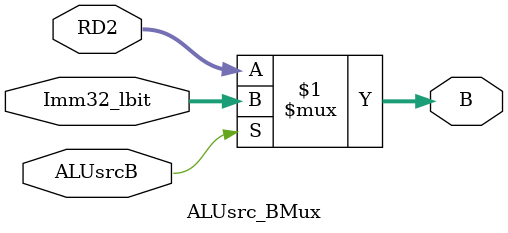
<source format=v>
`timescale 1ns / 1ps

module PCMux(nPc_sel, Zero, Branch, pc4, br_pc, jr_pc, j_pc, next_pc);
	
	input [1:0] nPc_sel;
	input Zero, Branch;
	input [31:0] pc4, br_pc, jr_pc, j_pc;

	output reg[31:0] next_pc;
	
	wire [2:0] pcsel;
	assign pcsel = {Zero&Branch, nPc_sel};

	always @(*) begin
		case (pcsel)
			3'b000 : next_pc = pc4;
			3'b100 : next_pc = br_pc;
			3'b010 : next_pc = jr_pc;
			3'b001 : next_pc = j_pc;
			default : next_pc = pc4;
		endcase
	end

endmodule


module WrRegAddrMux(RegDst, rt, rd, A3);

	input [1:0] RegDst;
	input [4:0] rt, rd;

	output reg[4:0] A3;

	always @(*) begin
		case (RegDst)
			2'b00 : A3 = rt;
			2'b01 : A3 = rd;
			2'b10 : A3 = 5'b11111;
			default : A3 = rt;
		endcase
	end

endmodule


module WrRegDataMux(MemtoReg, ALUResult, RD, Imm32_hbit, pc4, WD);
	
	input [1:0] MemtoReg;
	input [31:0] ALUResult, RD, Imm32_hbit, pc4;

	output reg[31:0] WD;

	always @(*) begin
		case (MemtoReg)
			2'b00 : WD = ALUResult;
			2'b01 : WD = RD;
			2'b10 : WD = Imm32_hbit;
			2'b11 : WD = pc4;
			default : WD = 32'h0000_0000;	
		endcase
	end

endmodule

module ALUsrc_AMux(ALUsrcA, RD1, RD2, A);
	
	input ALUsrcA;
	input [31:0] RD1, RD2;
	
	output [31:0] A;
	
	assign A = ALUsrcA ? RD2 : RD1;

endmodule

module ALUsrc_BMux(ALUsrcB, RD2, Imm32_lbit, B);

	input ALUsrcB;
	input [31:0] RD2, Imm32_lbit;

	output [31:0] B;

	assign B = ALUsrcB ? Imm32_lbit : RD2;
	
endmodule


</source>
